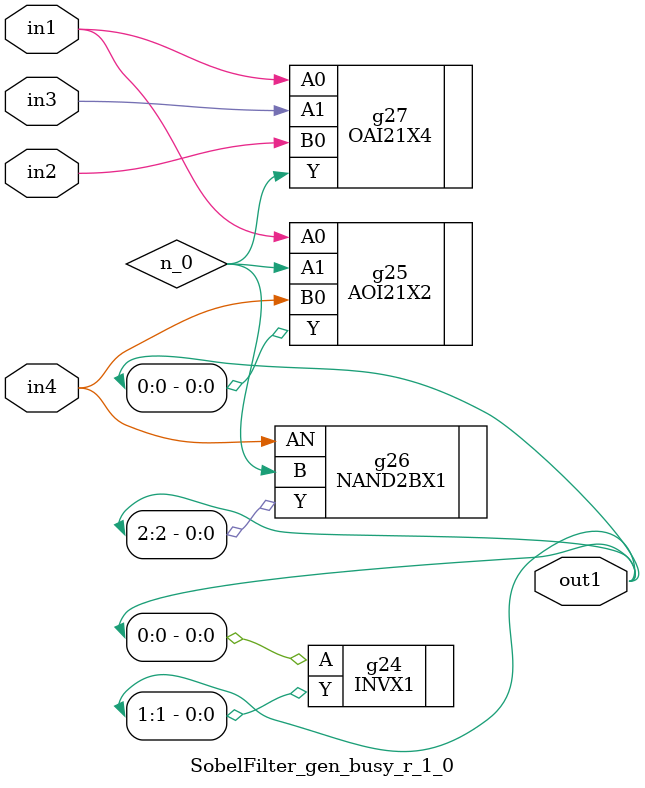
<source format=v>
`timescale 1ps / 1ps


module SobelFilter_gen_busy_r_1_0(in1, in2, in3, in4, out1);
  input in1, in2, in3, in4;
  output [2:0] out1;
  wire in1, in2, in3, in4;
  wire [2:0] out1;
  wire n_0;
  INVX1 g24(.A (out1[0]), .Y (out1[1]));
  AOI21X2 g25(.A0 (in1), .A1 (n_0), .B0 (in4), .Y (out1[0]));
  NAND2BX1 g26(.AN (in4), .B (n_0), .Y (out1[2]));
  OAI21X4 g27(.A0 (in1), .A1 (in3), .B0 (in2), .Y (n_0));
endmodule



</source>
